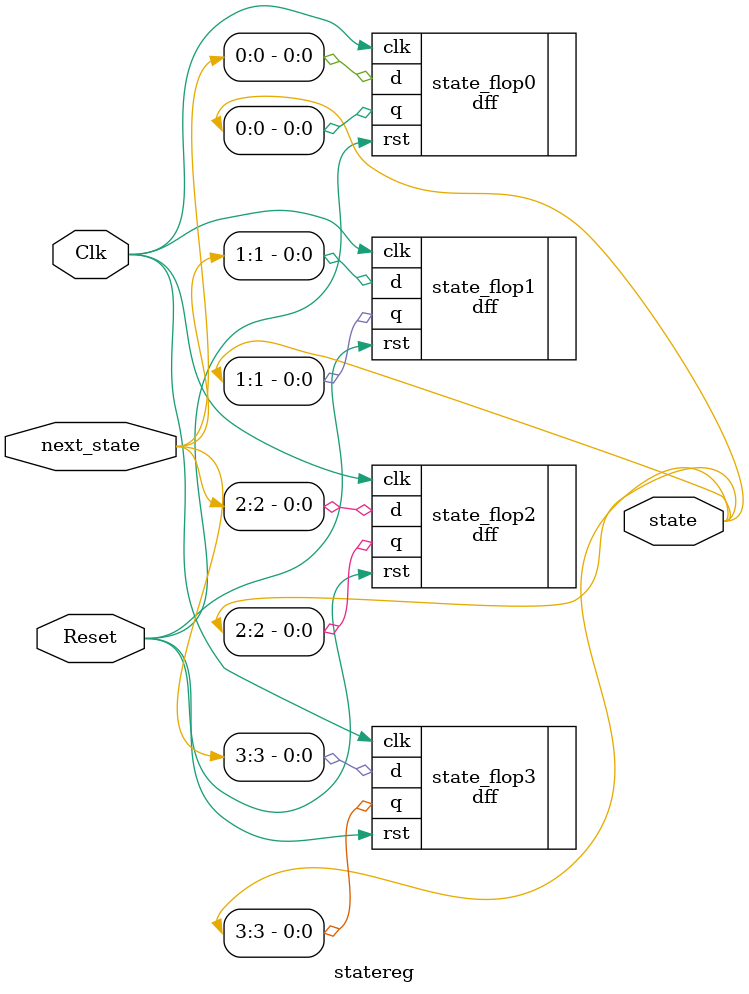
<source format=v>
module statereg(state, next_state, Clk, Reset);
	input [3:0] next_state;
	input Clk;
	input Reset;
	
	output [3:0] state;
	
	dff state_flop3(.d(next_state[3]), .q(state[3]), .clk(Clk), .rst(Reset));
	dff state_flop2(.d(next_state[2]), .q(state[2]), .clk(Clk), .rst(Reset));
	dff state_flop1(.d(next_state[1]), .q(state[1]), .clk(Clk), .rst(Reset));
	dff state_flop0(.d(next_state[0]), .q(state[0]), .clk(Clk), .rst(Reset));

endmodule

</source>
